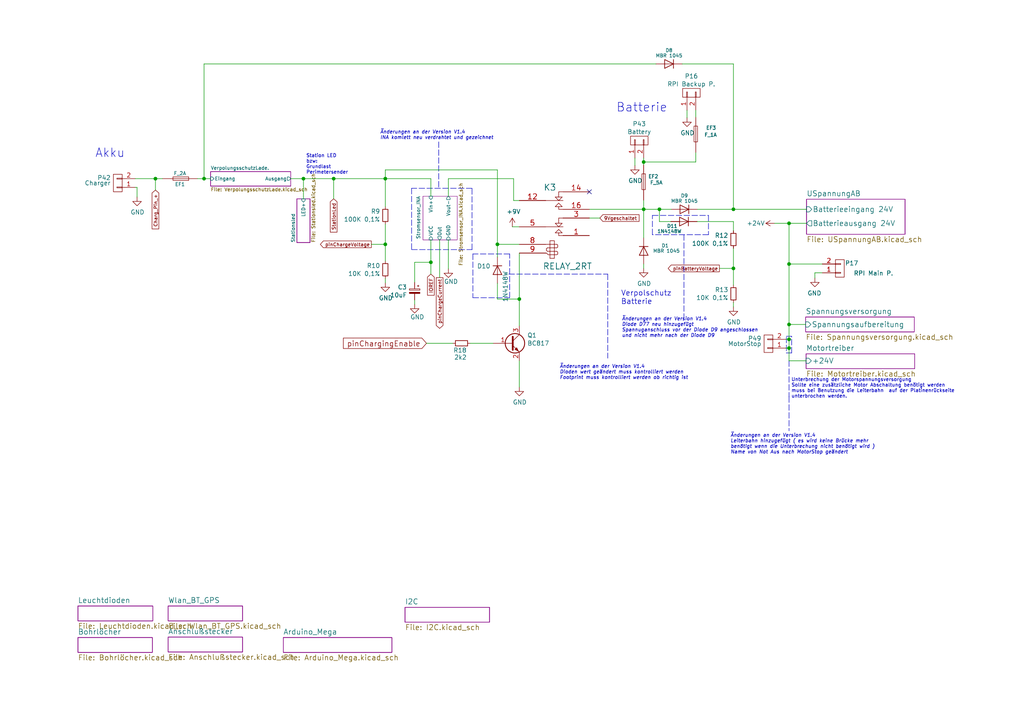
<source format=kicad_sch>
(kicad_sch (version 20201015) (generator eeschema)
  (paper "A4")
  (title_block (title "Ardumower shield SVN Version") (date "2021-01-18") (rev "1.4") (company "ML AG JL BS UZ") (comment 1 "Schaltplan und Layout UweZ") (comment 2 "Unterspannungsschutz von AlexanderG"))
  (lib_symbols
    (symbol "ardumower-mega-shield-svn-rescue:+24V-RESCUE-ardumower_mega_shield_svn" (power) (pin_names (offset 0))
      (property "Value" "+24V-RESCUE-ardumower_mega_shield_svn" (at 0 3.556 0))
      (symbol "+24V-RESCUE-ardumower_mega_shield_svn_0_1"
        (polyline (pts (xy -0.762 1.27) (xy 0 2.54)))
        (polyline (pts (xy 0 0) (xy 0 2.54)))
        (polyline (pts (xy 0 2.54) (xy 0.762 1.27)))
      )
      (symbol "+24V-RESCUE-ardumower_mega_shield_svn_1_1"
        (pin power_in line (at 0 0 90) (length 0) hide (name "+24V") (number "1"))
      )
    )
    (symbol "ardumower-mega-shield-svn-rescue:+9V-RESCUE-ardumower_mega_shield_svn" (power) (pin_names (offset 0))
      (property "Value" "+9V-RESCUE-ardumower_mega_shield_svn" (at 0 3.556 0))
      (symbol "+9V-RESCUE-ardumower_mega_shield_svn_0_1"
        (polyline (pts (xy -0.762 1.27) (xy 0 2.54)))
        (polyline (pts (xy 0 0) (xy 0 2.54)))
        (polyline (pts (xy 0 2.54) (xy 0.762 1.27)))
      )
      (symbol "+9V-RESCUE-ardumower_mega_shield_svn_1_1"
        (pin power_in line (at 0 0 90) (length 0) hide (name "+9V") (number "1"))
      )
    )
    (symbol "ardumower-mega-shield-svn-rescue:1N4148-RESCUE-ardumower_mega_shield_svn" (pin_numbers hide) (pin_names hide)
      (property "Reference" "D" (at 0 2.54 0))
      (property "Value" "1N4148-RESCUE-ardumower_mega_shield_svn" (at 0 -2.54 0))
      (symbol "1N4148-RESCUE-ardumower_mega_shield_svn_0_1"
        (polyline (pts (xy -1.27 1.27) (xy -1.27 -1.27)) (stroke (width 0.2032)))
        (polyline (pts (xy 1.27 0) (xy -1.27 0)))
        (polyline (pts (xy 1.27 1.27) (xy 1.27 -1.27) (xy -1.27 0) (xy 1.27 1.27)) (stroke (width 0.2032)))
      )
      (symbol "1N4148-RESCUE-ardumower_mega_shield_svn_1_1"
        (pin passive line (at -3.81 0 0) (length 2.54) (name "K") (number "1"))
        (pin passive line (at 3.81 0 180) (length 2.54) (name "A") (number "2"))
      )
    )
    (symbol "ardumower-mega-shield-svn-rescue:BC849-RESCUE-ardumower_mega_shield_svn" (pin_names (offset 0) hide)
      (property "Reference" "Q" (at 5.08 1.905 0))
      (property "Value" "BC849-RESCUE-ardumower_mega_shield_svn" (at 5.08 0 0))
      (symbol "BC849-RESCUE-ardumower_mega_shield_svn_0_1"
        (circle (center 1.27 0) (radius 2.8194) (stroke (width 0.254)))
        (polyline (pts (xy 0.635 0.635) (xy 2.54 2.54)))
        (polyline (pts (xy 0.635 -0.635) (xy 2.54 -2.54) (xy 2.54 -2.54)))
        (polyline (pts (xy 0.635 1.905) (xy 0.635 -1.905) (xy 0.635 -1.905)) (stroke (width 0.508)))
        (polyline (pts (xy 1.27 -1.778) (xy 1.778 -1.27) (xy 2.286 -2.286) (xy 1.27 -1.778) (xy 1.27 -1.778)) (fill (type outline)))
      )
      (symbol "BC849-RESCUE-ardumower_mega_shield_svn_1_1"
        (pin input line (at -5.08 0 0) (length 5.715) (name "B") (number "1"))
        (pin passive line (at 2.54 -5.08 90) (length 2.54) (name "E") (number "2"))
        (pin passive line (at 2.54 5.08 270) (length 2.54) (name "C") (number "3"))
      )
    )
    (symbol "ardumower-mega-shield-svn-rescue:CONN_01X02-RESCUE-ardumower_mega_shield_svn" (pin_names hide)
      (property "Reference" "J" (at 0 3.81 0))
      (property "Value" "CONN_01X02-RESCUE-ardumower_mega_shield_svn" (at 2.54 0 90))
      (symbol "CONN_01X02-RESCUE-ardumower_mega_shield_svn_0_1"
        (rectangle (start -1.27 -1.143) (end 0.254 -1.397))
        (rectangle (start -1.27 1.397) (end 0.254 1.143))
        (rectangle (start -1.27 2.54) (end 1.27 -2.54))
      )
      (symbol "CONN_01X02-RESCUE-ardumower_mega_shield_svn_1_1"
        (pin passive line (at -5.08 1.27 0) (length 3.81) (name "P1") (number "1"))
        (pin passive line (at -5.08 -1.27 0) (length 3.81) (name "P2") (number "2"))
      )
    )
    (symbol "ardumower-mega-shield-svn-rescue:CP_Small-RESCUE-ardumower_mega_shield_svn" (pin_numbers hide) (pin_names (offset 0.254) hide)
      (property "Reference" "C" (at 0.254 1.778 0))
      (property "Value" "CP_Small-RESCUE-ardumower_mega_shield_svn" (at 0.254 -2.032 0))
      (symbol "CP_Small-RESCUE-ardumower_mega_shield_svn_0_1"
        (rectangle (start -1.524 -0.3048) (end 1.524 -0.6858) (fill (type outline)))
        (rectangle (start -1.524 0.6858) (end 1.524 0.3048))
        (polyline (pts (xy -1.27 1.524) (xy -0.762 1.524)))
        (polyline (pts (xy -1.016 1.27) (xy -1.016 1.778)))
      )
      (symbol "CP_Small-RESCUE-ardumower_mega_shield_svn_1_1"
        (pin passive line (at 0 2.54 270) (length 1.8542) (name "~") (number "1"))
        (pin passive line (at 0 -2.54 90) (length 1.8542) (name "~") (number "2"))
      )
    )
    (symbol "ardumower-mega-shield-svn-rescue:D-RESCUE-ardumower_mega_shield_svn" (pin_numbers hide) (pin_names hide)
      (property "Reference" "D" (at 0 2.54 0))
      (property "Value" "D-RESCUE-ardumower_mega_shield_svn" (at 0 -2.54 0))
      (symbol "D-RESCUE-ardumower_mega_shield_svn_0_1"
        (polyline (pts (xy -1.27 1.27) (xy -1.27 -1.27)) (stroke (width 0.2032)))
        (polyline (pts (xy 1.27 0) (xy -1.27 0)))
        (polyline (pts (xy 1.27 1.27) (xy 1.27 -1.27) (xy -1.27 0) (xy 1.27 1.27)) (stroke (width 0.2032)))
      )
      (symbol "D-RESCUE-ardumower_mega_shield_svn_1_1"
        (pin passive line (at -3.81 0 0) (length 2.54) (name "K") (number "1"))
        (pin passive line (at 3.81 0 180) (length 2.54) (name "A") (number "2"))
      )
    )
    (symbol "ardumower-mega-shield-svn-rescue:F_10A-RESCUE-ardumower_mega_shield_svn" (pin_numbers hide) (pin_names (offset 0.254))
      (property "Reference" "EF" (at -4.572 2.032 0))
      (property "Value" "F_10A-RESCUE-ardumower_mega_shield_svn" (at -2.54 -2.032 0))
      (symbol "F_10A-RESCUE-ardumower_mega_shield_svn_0_1"
        (polyline (pts (xy 2.032 0) (xy -2.54 0) (xy -2.54 0) (xy -2.54 0)))
        (polyline (pts (xy -2.54 0.508) (xy -2.54 -0.508) (xy 2.032 -0.508) (xy 2.032 0.508) (xy -2.54 0.508) (xy -2.54 0.508)))
      )
      (symbol "F_10A-RESCUE-ardumower_mega_shield_svn_1_1"
        (pin power_in line (at 5.08 0 180) (length 3.048) (name "~") (number "1"))
        (pin power_out line (at -5.08 0 0) (length 2.54) (name "~") (number "2"))
      )
    )
    (symbol "ardumower-mega-shield-svn-rescue:GND-RESCUE-ardumower_mega_shield_svn" (power) (pin_names (offset 0))
      (property "Value" "GND-RESCUE-ardumower_mega_shield_svn" (at 0 -3.81 0))
      (symbol "GND-RESCUE-ardumower_mega_shield_svn_0_1"
        (polyline (pts (xy 0 0) (xy 0 -1.27) (xy 1.27 -1.27) (xy 0 -2.54) (xy -1.27 -1.27) (xy 0 -1.27)))
      )
      (symbol "GND-RESCUE-ardumower_mega_shield_svn_1_1"
        (pin power_in line (at 0 0 270) (length 0) hide (name "GND") (number "1"))
      )
    )
    (symbol "ardumower-mega-shield-svn-rescue:RELAY_2RT-RESCUE-ardumower_mega_shield_svn" (pin_names hide)
      (property "Reference" "K" (at -1.27 10.16 0))
      (property "Value" "RELAY_2RT-RESCUE-ardumower_mega_shield_svn" (at 3.81 -12.7 0))
      (symbol "RELAY_2RT-RESCUE-ardumower_mega_shield_svn_0_1"
        (polyline (pts (xy -2.54 -8.89) (xy -2.286 -8.89)))
        (polyline (pts (xy -2.54 -6.35) (xy -1.27 -6.35)))
        (polyline (pts (xy -2.54 -1.27) (xy 1.27 -1.27)))
        (polyline (pts (xy -2.286 -8.89) (xy -1.778 -9.3726)))
        (polyline (pts (xy -2.286 -8.1026) (xy -2.286 -7.62)))
        (polyline (pts (xy -2.032 -8.382) (xy -2.286 -8.1026)))
        (polyline (pts (xy -2.032 -7.366) (xy -2.286 -7.62)))
        (polyline (pts (xy -1.778 -9.3726) (xy -1.27 -9.3726)))
        (polyline (pts (xy -1.27 -10.414) (xy -1.27 -5.3086)))
        (polyline (pts (xy -1.27 -8.382) (xy -2.032 -8.382)))
        (polyline (pts (xy -1.27 -8.382) (xy 0 -8.382)))
        (polyline (pts (xy -1.27 -7.366) (xy -2.032 -7.366)))
        (polyline (pts (xy -1.27 -6.35) (xy 0 -6.35)))
        (polyline (pts (xy -1.27 -5.3086) (xy 0 -5.3086)))
        (polyline (pts (xy 0 -10.414) (xy -1.27 -10.414)))
        (polyline (pts (xy 0 -9.3726) (xy -1.27 -9.3726)))
        (polyline (pts (xy 0 -9.3726) (xy 0.7366 -9.3726)))
        (polyline (pts (xy 0 -8.382) (xy 0.7366 -8.382)))
        (polyline (pts (xy 0 -7.366) (xy -1.27 -7.366)))
        (polyline (pts (xy 0 -7.366) (xy 0.7366 -7.366)))
        (polyline (pts (xy 0 -6.35) (xy 0.7366 -6.35)))
        (polyline (pts (xy 0 -5.3086) (xy 0 -10.414)))
        (polyline (pts (xy 0.254 -3.0226) (xy 2.2606 -3.0226)))
        (polyline (pts (xy 0.254 -0.2286) (xy 2.2606 -0.2286)))
        (polyline (pts (xy 0.254 4.572) (xy 1.27 5.6134)))
        (polyline (pts (xy 0.254 7.366) (xy 0.9906 7.366)))
        (polyline (pts (xy 0.7366 -9.3726) (xy 0.9906 -9.144)))
        (polyline (pts (xy 0.7366 -8.382) (xy 0.9906 -8.636)))
        (polyline (pts (xy 0.7366 -7.366) (xy 0.9906 -7.112)))
        (polyline (pts (xy 0.7366 -6.35) (xy 0.9906 -6.5786)))
        (polyline (pts (xy 0.9906 -9.144) (xy 0.9906 -8.636)))
        (polyline (pts (xy 0.9906 -6.5786) (xy 0.9906 -7.112)))
        (polyline (pts (xy 0.9906 6.6294) (xy 0.254 7.366)))
        (polyline (pts (xy 0.9906 6.6294) (xy 1.27 6.35)))
        (polyline (pts (xy 0.9906 7.366) (xy 2.2606 7.366)))
        (polyline (pts (xy 1.27 -3.81) (xy 1.27 -3.302)))
        (polyline (pts (xy 1.27 -3.302) (xy 1.27 -3.0226)))
        (polyline (pts (xy 1.27 -2.032) (xy 0.254 -3.0226)))
        (polyline (pts (xy 1.27 -1.27) (xy 0.254 -0.2286)))
        (polyline (pts (xy 1.27 -1.27) (xy 2.54 -1.27)))
        (polyline (pts (xy 1.27 1.27) (xy 1.27 -0.2286)))
        (polyline (pts (xy 1.27 1.27) (xy 2.54 1.27)))
        (polyline (pts (xy 1.27 3.81) (xy 1.27 4.572)))
        (polyline (pts (xy 1.27 3.81) (xy 2.54 3.81)))
        (polyline (pts (xy 1.27 5.6134) (xy 2.2606 4.572)))
        (polyline (pts (xy 1.27 6.35) (xy -2.54 6.35)))
        (polyline (pts (xy 1.27 6.35) (xy 1.524 6.35)))
        (polyline (pts (xy 1.27 8.89) (xy 1.27 7.366)))
        (polyline (pts (xy 1.27 8.89) (xy 2.54 8.89)))
        (polyline (pts (xy 1.524 6.35) (xy 2.54 6.35)))
        (polyline (pts (xy 2.2606 -3.0226) (xy 1.27 -2.032)))
        (polyline (pts (xy 2.2606 -0.2286) (xy 1.27 -1.27)))
        (polyline (pts (xy 2.2606 4.572) (xy 0.254 4.572)))
        (polyline (pts (xy 2.2606 7.366) (xy 1.27 6.35)))
        (polyline (pts (xy 2.54 -3.81) (xy 1.27 -3.81)))
      )
      (symbol "RELAY_2RT-RESCUE-ardumower_mega_shield_svn_1_1"
        (pin passive line (at 10.16 -3.81 180) (length 7.62) (name "T1") (number "1"))
        (pin passive line (at -10.16 6.35 0) (length 7.62) (name "C2") (number "12"))
        (pin passive line (at 10.16 8.89 180) (length 7.62) (name "R2") (number "14"))
        (pin passive line (at 10.16 3.81 180) (length 7.62) (name "T2") (number "16"))
        (pin passive line (at 10.16 1.27 180) (length 7.62) (name "R1") (number "3"))
        (pin passive line (at -10.16 -1.27 0) (length 7.62) (name "C1") (number "5"))
        (pin input line (at -10.16 -6.35 0) (length 7.62) (name "8") (number "8"))
        (pin input line (at -10.16 -8.89 0) (length 7.62) (name "9") (number "9"))
      )
    )
    (symbol "ardumower-mega-shield-svn-rescue:R_Small-RESCUE-ardumower_mega_shield_svn" (pin_numbers hide) (pin_names (offset 0.254) hide)
      (property "Reference" "R" (at 0.762 0.508 0))
      (property "Value" "R_Small-RESCUE-ardumower_mega_shield_svn" (at 0.762 -1.016 0))
      (symbol "R_Small-RESCUE-ardumower_mega_shield_svn_0_1"
        (rectangle (start -0.762 1.778) (end 0.762 -1.778) (stroke (width 0.2032)))
      )
      (symbol "R_Small-RESCUE-ardumower_mega_shield_svn_1_1"
        (pin passive line (at 0 2.54 270) (length 0.762) (name "~") (number "1"))
        (pin passive line (at 0 -2.54 90) (length 0.762) (name "~") (number "2"))
      )
    )
  )
  (junction (at 45.085 51.816) (diameter 0.9144))
  (junction (at 59.182 51.816) (diameter 0.9144))
  (junction (at 88.011 51.816) (diameter 0.9144))
  (junction (at 96.774 51.816) (diameter 0.9144))
  (junction (at 111.76 51.816) (diameter 0.9144))
  (junction (at 111.76 70.866) (diameter 0.9144))
  (junction (at 124.968 76.073) (diameter 0.9144))
  (junction (at 144.272 70.866) (diameter 0.9144))
  (junction (at 150.622 86.741) (diameter 0.9144))
  (junction (at 186.69 46.99) (diameter 0.9144))
  (junction (at 186.69 60.706) (diameter 0.9144))
  (junction (at 191.262 60.706) (diameter 0.9144))
  (junction (at 212.725 60.706) (diameter 0.9144))
  (junction (at 212.725 77.851) (diameter 0.9144))
  (junction (at 228.854 64.77) (diameter 0.9144))
  (junction (at 228.854 76.581) (diameter 0.9144))
  (junction (at 228.854 94.107) (diameter 0.9144))
  (junction (at 228.854 98.425) (diameter 0.9144))
  (junction (at 228.854 100.965) (diameter 0.9144))
  (no_connect (at 170.942 55.626))
  (wire (pts (xy 39.243 51.816) (xy 45.085 51.816)))
  (wire (pts (xy 39.751 54.356) (xy 39.243 54.356)))
  (wire (pts (xy 39.751 57.15) (xy 39.751 54.356)))
  (wire (pts (xy 45.085 51.816) (xy 45.085 55.118)))
  (wire (pts (xy 45.085 51.816) (xy 47.117 51.816)))
  (wire (pts (xy 57.277 51.816) (xy 59.182 51.816)))
  (wire (pts (xy 59.182 18.542) (xy 59.182 51.816)))
  (wire (pts (xy 59.182 51.816) (xy 61.087 51.816)))
  (wire (pts (xy 84.328 51.816) (xy 88.011 51.816)))
  (wire (pts (xy 88.011 51.816) (xy 96.774 51.816)))
  (wire (pts (xy 88.011 57.658) (xy 88.011 51.816)))
  (wire (pts (xy 96.774 51.816) (xy 96.774 57.658)))
  (wire (pts (xy 96.774 51.816) (xy 111.76 51.816)))
  (wire (pts (xy 107.696 70.866) (xy 111.76 70.866)))
  (wire (pts (xy 111.76 49.276) (xy 111.76 51.816)))
  (wire (pts (xy 111.76 49.276) (xy 144.272 49.276)))
  (wire (pts (xy 111.76 51.816) (xy 111.76 59.944)))
  (wire (pts (xy 111.76 51.816) (xy 124.968 51.816)))
  (wire (pts (xy 111.76 65.024) (xy 111.76 70.866)))
  (wire (pts (xy 111.76 70.866) (xy 111.76 75.692)))
  (wire (pts (xy 111.76 80.772) (xy 111.76 82.042)))
  (wire (pts (xy 120.269 76.073) (xy 120.269 81.915)))
  (wire (pts (xy 120.269 76.073) (xy 124.968 76.073)))
  (wire (pts (xy 120.269 86.995) (xy 120.269 88.265)))
  (wire (pts (xy 123.698 99.568) (xy 131.318 99.568)))
  (wire (pts (xy 124.968 51.816) (xy 124.968 56.896)))
  (wire (pts (xy 124.968 69.596) (xy 124.968 76.073)))
  (wire (pts (xy 124.968 76.073) (xy 124.968 79.502)))
  (wire (pts (xy 127.508 69.596) (xy 127.508 80.518)))
  (wire (pts (xy 130.048 51.816) (xy 130.048 56.896)))
  (wire (pts (xy 130.048 51.816) (xy 148.971 51.816)))
  (wire (pts (xy 130.048 69.596) (xy 130.048 77.978)))
  (wire (pts (xy 136.398 99.568) (xy 143.002 99.568)))
  (wire (pts (xy 144.272 49.276) (xy 144.272 70.866)))
  (wire (pts (xy 144.272 70.866) (xy 144.272 74.549)))
  (wire (pts (xy 144.272 70.866) (xy 150.622 70.866)))
  (wire (pts (xy 144.272 82.169) (xy 144.272 86.741)))
  (wire (pts (xy 144.272 86.741) (xy 150.622 86.741)))
  (wire (pts (xy 148.971 51.816) (xy 148.971 58.166)))
  (wire (pts (xy 150.622 58.166) (xy 148.971 58.166)))
  (wire (pts (xy 150.622 65.786) (xy 148.59 65.786)))
  (wire (pts (xy 150.622 73.406) (xy 150.622 86.741)))
  (wire (pts (xy 150.622 86.741) (xy 150.622 94.488)))
  (wire (pts (xy 150.622 104.648) (xy 150.622 112.268)))
  (wire (pts (xy 170.942 60.706) (xy 186.69 60.706)))
  (wire (pts (xy 170.942 63.246) (xy 173.99 63.246)))
  (wire (pts (xy 184.15 48.006) (xy 184.15 45.847)))
  (wire (pts (xy 186.69 45.847) (xy 186.69 46.99)))
  (wire (pts (xy 186.69 46.99) (xy 186.69 47.879)))
  (wire (pts (xy 186.69 46.99) (xy 201.803 46.99)))
  (wire (pts (xy 186.69 58.039) (xy 186.69 60.706)))
  (wire (pts (xy 186.69 60.706) (xy 186.69 68.961)))
  (wire (pts (xy 186.69 60.706) (xy 191.262 60.706)))
  (wire (pts (xy 186.69 76.581) (xy 186.69 77.851)))
  (wire (pts (xy 190.246 18.542) (xy 59.182 18.542)))
  (wire (pts (xy 191.262 60.706) (xy 194.691 60.706)))
  (wire (pts (xy 191.262 64.262) (xy 191.262 60.706)))
  (wire (pts (xy 194.564 64.262) (xy 191.262 64.262)))
  (wire (pts (xy 197.866 18.542) (xy 212.725 18.542)))
  (wire (pts (xy 199.263 34.163) (xy 199.263 32.004)))
  (wire (pts (xy 201.803 34.036) (xy 201.803 32.004)))
  (wire (pts (xy 201.803 46.99) (xy 201.803 44.196)))
  (wire (pts (xy 202.184 64.262) (xy 212.725 64.262)))
  (wire (pts (xy 202.311 60.706) (xy 212.725 60.706)))
  (wire (pts (xy 208.661 77.851) (xy 212.725 77.851)))
  (wire (pts (xy 212.725 18.542) (xy 212.725 60.706)))
  (wire (pts (xy 212.725 60.706) (xy 233.934 60.706)))
  (wire (pts (xy 212.725 64.262) (xy 212.725 66.929)))
  (wire (pts (xy 212.725 72.009) (xy 212.725 77.851)))
  (wire (pts (xy 212.725 82.677) (xy 212.725 77.851)))
  (wire (pts (xy 212.725 87.757) (xy 212.725 89.027)))
  (wire (pts (xy 224.663 64.77) (xy 228.854 64.77)))
  (wire (pts (xy 227.965 100.965) (xy 228.854 100.965)))
  (wire (pts (xy 228.854 64.77) (xy 228.854 76.581)))
  (wire (pts (xy 228.854 64.77) (xy 233.934 64.77)))
  (wire (pts (xy 228.854 76.581) (xy 228.854 94.107)))
  (wire (pts (xy 228.854 76.581) (xy 238.506 76.581)))
  (wire (pts (xy 228.854 94.107) (xy 228.854 98.425)))
  (wire (pts (xy 228.854 94.107) (xy 233.68 94.107)))
  (wire (pts (xy 228.854 98.425) (xy 227.965 98.425)))
  (wire (pts (xy 228.854 98.425) (xy 228.854 100.965)))
  (wire (pts (xy 228.854 100.965) (xy 228.854 104.648)))
  (wire (pts (xy 228.854 104.648) (xy 233.807 104.648)))
  (wire (pts (xy 236.347 79.121) (xy 238.506 79.121)))
  (wire (pts (xy 236.347 80.645) (xy 236.347 79.121)))
  (polyline (pts (xy 119.38 54.61) (xy 119.38 72.39)) (stroke (width 0) (type dash)))
  (polyline (pts (xy 119.38 72.39) (xy 136.906 72.39)) (stroke (width 0) (type dash)))
  (polyline (pts (xy 127.254 41.148) (xy 127.254 54.61)) (stroke (width 0) (type dash)))
  (polyline (pts (xy 136.906 54.61) (xy 119.38 54.61)) (stroke (width 0) (type dash)))
  (polyline (pts (xy 136.906 72.39) (xy 136.906 54.61)) (stroke (width 0) (type dash)))
  (polyline (pts (xy 137.16 73.66) (xy 137.16 86.36)) (stroke (width 0) (type dash)))
  (polyline (pts (xy 137.16 86.36) (xy 147.828 86.36)) (stroke (width 0) (type dash)))
  (polyline (pts (xy 147.574 79.502) (xy 176.276 79.502)) (stroke (width 0) (type dash)))
  (polyline (pts (xy 147.828 73.66) (xy 137.16 73.66)) (stroke (width 0) (type dash)))
  (polyline (pts (xy 147.828 86.36) (xy 147.828 73.66)) (stroke (width 0) (type dash)))
  (polyline (pts (xy 176.276 79.502) (xy 176.276 103.886)) (stroke (width 0) (type dash)))
  (polyline (pts (xy 189.23 62.484) (xy 205.486 62.484)) (stroke (width 0) (type dash)))
  (polyline (pts (xy 189.23 68.072) (xy 189.23 62.484)) (stroke (width 0) (type dash)))
  (polyline (pts (xy 198.374 68.072) (xy 198.374 92.202)) (stroke (width 0) (type dash)))
  (polyline (pts (xy 205.486 62.484) (xy 205.486 68.072)) (stroke (width 0) (type dash)))
  (polyline (pts (xy 205.486 68.072) (xy 189.23 68.072)) (stroke (width 0) (type dash)))
  (polyline (pts (xy 228.092 97.536) (xy 229.616 97.536)) (stroke (width 0) (type dash)))
  (polyline (pts (xy 228.092 97.79) (xy 228.092 102.362)) (stroke (width 0) (type dash)))
  (polyline (pts (xy 228.092 102.362) (xy 229.616 102.362)) (stroke (width 0) (type dash)))
  (polyline (pts (xy 228.854 104.648) (xy 228.854 115.062)) (stroke (width 0) (type dash)))
  (polyline (pts (xy 228.854 115.062) (xy 228.854 124.968)) (stroke (width 0) (type dash)))
  (polyline (pts (xy 229.616 102.362) (xy 229.616 97.536)) (stroke (width 0) (type dash)))
  (text "https://www.reichelt.de/ICs-TLC-TSA-/TS-2940-CP33/3/index.html?ACTION=3&LA=5700&ARTICLE=115975&GROUPID=5480&artnr=TS+2940+CP33\n\nhttps://www.reichelt.de/ICs-TLC-TSA-/TS-2940-CP50/3/index.html?ACTION=3&LA=5700&ARTICLE=115976&GROUPID=5480&artnr=TS+2940+CP50\n\nhttps://www.reichelt.de/ICs-TA-TL-/TD-62783-AFWG/3/index.html?ACTION=3&LA=446&ARTICLE=188954&GROUPID=5479&artnr=TD+62783+AFWG&SEARCH=TD62783" (at -150.114 -3.302 0) (effects (font (size 1.4986 1.4986)) (justify left bottom)))
  (text "Kontrolle Funktion Ultraschall\nKontrolle RC Fernbedienung\nKontrolle Unterspannunsabschaltung ob sie mit 3V an bleibt\nRelais schaltung ändern damit nur noch 1 Relais notwendig ist\nUDN 2981 ersetzen durch SMD Bauteil evl TD 62783 AFWG :: Treiber-IC, SO-18W\nOdemetrie kontrollieren\nIC2 Bus Kontrollieren\nSpannungsaufbereitung evl ändern mit anderen DC wandlern bis 30V\n\nBauteile siehe Links" (at -149.098 35.941 0) (effects (font (size 2.0066 2.0066)) (justify left bottom)))
  (text "[21:36:55] Kurzschuss - Uwe: gut dan warte ich nochmal mit den widerständen bis du soweit bist\n[21:38:22] Kurzschuss - Uwe: Dann mache ich nur die andern Änderungen mit dem DHT22 dropsensoren usw und warte dann erst mal ab. wenn ich es habe lade ich dann hoch\n[21:38:26] Jürgen Lange: überall wo level shifter dran sind kannst du die Dioden und den widerstand wegmachen\n[21:39:37] Kurzschuss - Uwe: da warte ich erst mal wo dann noch ein widerstand dazukommt. das wird dann ein Aufwasch\n\n\n\nwenn du da gerade dran bist die ganzen reserve dinger AD7, pinOdometriyRight2 etc hast du auf iOREF versorgt da solltest du 5V dran machen da bleiben dann auch die Dioden und der widerstand\nich sehe gerade das bei den Odemetrie pin der Spannungsanschluss auf iorf liegt. Dazwischen ist dann noch der ODoteiler und der Levelshifter.\nIch vermute mal das die odemetriepins auch auf 5V müssen damit der Odoteiler richtig arbeitetein klaaaaaaares ja" (at 10.16 246.634 0) (effects (font (size 2.0066 2.0066)) (justify left bottom)))
  (text "Akku\n" (at 27.559 45.974 0) (effects (font (size 2.5146 2.5146)) (justify left bottom)))
  (text "LED Rechner:\nhttp://www.elektronik-kompendium.de/sites/bau/1109111.htm\n\nZ-Dioden Rechner:\nhttp://www.dieelektronikerseite.de/Tools/Zenerdiode.htm" (at 73.152 -8.89 0) (effects (font (size 1.524 1.524)) (justify left bottom)))
  (text "Station LED\nbzw:\nGrundlast\nPerimetersender" (at 88.773 50.673 0) (effects (font (size 0.9906 0.9906)) (justify left bottom)))
  (text "Änderungen an der Version V1.4\nINA komlett neu verdrahtet und gezeichnet" (at 110.236 40.64 0) (effects (font (size 1 1) italic) (justify left bottom)))
  (text "Änderungen an der Version V1.4\nDioden wert geändert muss kontrolliert werden\nFootprint muss kontrolliert werden ob richtig ist" (at 162.306 110.236 0) (effects (font (size 1 1) italic) (justify left bottom)))
  (text "Batterie\n" (at 178.689 32.766 0) (effects (font (size 2.5146 2.5146)) (justify left bottom)))
  (text "Verpolschutz\nBatterie" (at 180.086 88.519 0) (effects (font (size 1.524 1.524)) (justify left bottom)))
  (text "Änderungen an der Version V1.4\nDiode D77 neu hinzugefügt\nSpannuganschluss vor der Diode D9 angeschlossen\nund nicht mehr nach der Diode D9" (at 180.34 98.044 0) (effects (font (size 1 1) italic) (justify left bottom)))
  (text "Änderungen an der Version V1.4\nLeiterbahn hinzugefügt ( es wird keine Brücke mehr\nbenötigt wenn die Unterbrechung nicht benötigt wird )\nName von Not Aus nach MotorStop geändert" (at 211.836 131.826 0) (effects (font (size 1 1) italic) (justify left bottom)))
  (text "Unterbrechung der Motorspannungsversorgung\nSollte eine zusätzliche Motor Abschaltung benötigt werden\nmuss bei Benutzung die Leiterbahn  auf der Platinenrückseite\nunterbrochen werden.\n\n" (at 229.489 117.221 0) (effects (font (size 0.991 0.991)) (justify left bottom)))
  (text "LED Anzeigen - Hardware:\n\nLed 3V grün -   Betriebsanzeige Versorgungsspannung\nLED 24V grün - Betriebsanzeige Versorgungsspannung R2 für 12 V anpassen\nLED 5V grün -   Betriebsanzeige Versorgungsspannung\nLED Station - gelb - Statusanzeige ob Mover in Ladestation\n\n----------------------------------------------------------\n\nLED Anzeigen - Software:\n\nDual LED z.B:\nDual LED grün. Dauerlicht - Mover innerhalb Perimeter\nDual LED grün+rot = Orange - Dauerlicht Mover außerhalb Perimeter\nDual LED grün+rot = Orange - Blinkt Mover findet  Perimeter nicht oder sucht danach\nDual LED rot =  Blinkt Fehler kurzseitig Überlast Antriebmotor Treibe oder Mähmotor. \nDual LED rot - Dauerlicht - Fehler muß für weiterfahren durch drücken \nvon Button zurückgesetzt werden\n----------------------------------------------------------\n\nLED Status - grün Dauerlicht - warte auf Eingabe\n\nLED Status - grün blinken 1 bis 5 mal hintereinander\nmit länger Pause dazwischen für Anzeige in welchen\nBetriebsmodi sich der Mover befindet" (at 229.997 -11.43 0) (effects (font (size 1.524 1.524)) (justify left bottom)))
  (text "[20:50:34 | Bearbeitet 20:51:30] Jürgen Lange: setze für den dcdc einen 78s05 ein oder die die ich auf der BumperDuino nehme LM2940CS-5.0 um das bt zuversorgen für die Versorgung vom wlan einen 3,3v low drop\n[20:51:20] Kurzschuss - Uwe: also die 5V nicht vom Mega holen bzw die 3,3V\n[20:51:44] Jürgen Lange: für bt und wlan nicht\n[20:51:54] Jürgen Lange: für den rest okay\n[20:52:01] Kurzschuss - Uwe: okay\n[20:53:21] Jürgen Lange: setze bei allen Wandlern ob dcdc oder 78xx revers Dioden und rückführ Dioden die 78xx oder ähnlich kommen gleich vom 9v dcdc\n[20:54:26] Kurzschuss - Uwe: Ich übernehme die Schaltung vom Bumberduino\n\n\n\n[11:55:48] Jürgen Lange: im Klartext die Spannungen vom längsregler nur für Versorgung von bt etc nehmen gaaaaanz wichtig sonst haust du den due weg wenn jemand den usb stecker steckt\n[11:56:29] Jürgen Lange: der mega könnte auch aufgeben aber das habe ich noch nicht geprüft" (at 351.028 70.866 0) (effects (font (size 2.9972 2.9972)) (justify left bottom)))
  (global_label "Charg_Pin_+" (shape input) (at 45.085 55.118 270) (property "Intersheet References" "${INTERSHEET_REFS}" (effects hide)) (effects (font (size 0.9906 0.9906))))
  (global_label "StationLed" (shape input) (at 96.774 57.658 270) (property "Intersheet References" "${INTERSHEET_REFS}" (effects hide)) (effects (font (size 0.9906 0.9906))))
  (global_label "pinChargeVoltage" (shape output) (at 107.696 70.866 180) (property "Intersheet References" "${INTERSHEET_REFS}" (effects hide)) (effects (font (size 0.9906 0.9906))))
  (global_label "pinChargingEnable" (shape input) (at 123.698 99.568 180) (property "Intersheet References" "${INTERSHEET_REFS}" (effects hide)) (effects (font (size 1.524 1.524))))
  (global_label "IOREF" (shape input) (at 124.968 79.502 270) (property "Intersheet References" "${INTERSHEET_REFS}" (effects hide)) (effects (font (size 0.9906 0.9906))))
  (global_label "pinChargeCurrent" (shape output) (at 127.508 80.518 270) (property "Intersheet References" "${INTERSHEET_REFS}" (effects hide)) (effects (font (size 0.9906 0.9906))))
  (global_label "9Vgeschaltet" (shape input) (at 173.99 63.246 0) (property "Intersheet References" "${INTERSHEET_REFS}" (effects hide)) (effects (font (size 0.9906 0.9906))))
  (global_label "pinBatteryVoltage" (shape output) (at 208.661 77.851 180) (property "Intersheet References" "${INTERSHEET_REFS}" (effects hide)) (effects (font (size 0.9906 0.9906))))
  (symbol (lib_id "ardumower-mega-shield-svn-rescue:+9V-RESCUE-ardumower_mega_shield_svn") (at 148.59 65.786 0) (unit 1)
    (property "Reference" "#PWR012" (effects hide))
    (property "Value" "+9V" (at 148.971 61.3918 0))
  )
  (symbol (lib_id "ardumower-mega-shield-svn-rescue:+24V-RESCUE-ardumower_mega_shield_svn") (at 224.663 64.77 90) (unit 1)
    (property "Reference" "#PWR05" (effects hide))
    (property "Value" "+24V" (at 219.202 64.77 90))
  )
  (symbol (lib_id "ardumower-mega-shield-svn-rescue:GND-RESCUE-ardumower_mega_shield_svn") (at 39.751 57.15 0) (unit 1)
    (property "Reference" "#PWR03" (effects hide))
    (property "Value" "GND" (at 39.878 61.5442 0))
  )
  (symbol (lib_id "ardumower-mega-shield-svn-rescue:GND-RESCUE-ardumower_mega_shield_svn") (at 111.76 82.042 0) (unit 1)
    (property "Reference" "#PWR02" (effects hide))
    (property "Value" "GND" (at 111.887 86.4362 0))
  )
  (symbol (lib_id "ardumower-mega-shield-svn-rescue:GND-RESCUE-ardumower_mega_shield_svn") (at 120.269 88.265 0) (unit 1)
    (property "Reference" "#PWR07" (effects hide))
    (property "Value" "GND" (at 121.031 91.948 0))
  )
  (symbol (lib_id "ardumower-mega-shield-svn-rescue:GND-RESCUE-ardumower_mega_shield_svn") (at 130.048 77.978 0) (unit 1)
    (property "Reference" "#PWR06" (effects hide))
    (property "Value" "GND" (at 130.81 81.661 0))
  )
  (symbol (lib_id "ardumower-mega-shield-svn-rescue:GND-RESCUE-ardumower_mega_shield_svn") (at 150.622 112.268 0) (unit 1)
    (property "Reference" "#PWR01" (effects hide))
    (property "Value" "GND" (at 150.749 116.6622 0))
  )
  (symbol (lib_id "ardumower-mega-shield-svn-rescue:GND-RESCUE-ardumower_mega_shield_svn") (at 184.15 48.006 0) (unit 1)
    (property "Reference" "#PWR04" (effects hide))
    (property "Value" "GND" (at 184.277 52.4002 0))
  )
  (symbol (lib_id "ardumower-mega-shield-svn-rescue:GND-RESCUE-ardumower_mega_shield_svn") (at 186.69 77.851 0) (unit 1)
    (property "Reference" "#PWR09" (effects hide))
    (property "Value" "GND" (at 186.817 82.2452 0))
  )
  (symbol (lib_id "ardumower-mega-shield-svn-rescue:GND-RESCUE-ardumower_mega_shield_svn") (at 199.263 34.163 0) (unit 1)
    (property "Reference" "#PWR010" (effects hide))
    (property "Value" "GND" (at 199.39 38.5572 0))
  )
  (symbol (lib_id "ardumower-mega-shield-svn-rescue:GND-RESCUE-ardumower_mega_shield_svn") (at 212.725 89.027 0) (unit 1)
    (property "Reference" "#PWR08" (effects hide))
    (property "Value" "GND" (at 212.852 93.4212 0))
  )
  (symbol (lib_id "ardumower-mega-shield-svn-rescue:GND-RESCUE-ardumower_mega_shield_svn") (at 236.347 80.645 0) (mirror y) (unit 1)
    (property "Reference" "#PWR011" (effects hide))
    (property "Value" "GND" (at 236.22 85.0392 0))
  )
  (symbol (lib_id "ardumower-mega-shield-svn-rescue:R_Small-RESCUE-ardumower_mega_shield_svn") (at 111.76 62.484 0) (mirror y) (unit 1)
    (property "Reference" "R9" (at 110.2614 61.3156 0) (effects (justify left)))
    (property "Value" "100K 0,1%" (at 110.2614 63.627 0) (effects (justify left)))
    (property "Footprint" "Resistors_SMD:R_1206" (effects hide))
    (property "Datasheet" "http://cdn-reichelt.de/documents/datenblatt/B400/DS_NICC_SERIE_NTR.pdf" (effects hide))
    (property "Gehäuseart" "1206" (effects hide))
    (property "Bestelllink" "https://www.reichelt.de/SMD-1206-von-1-bis-910-kOhm/SPR-1206-100K/3/index.html?ACTION=3&LA=446&ARTICLE=123458&GROUPID=7974&artnr=SPR-1206+100K&SEARCH=spr-1206%2B100k" (effects hide))
    (property "Technische Daten" "SMD-Chipwiderstand 1206, 100 kOhm, 0,1%" (effects hide))
    (property "Bestellnummer" "R: SPR-1206 100K" (effects hide))
    (property "Funktion" "SMD-Chipwiderstand 1206, 100 kOhm, 0,1%" (effects hide))
    (property "Hersteller" "Value" (effects hide))
    (property "Hersteller Bestellnummer" "Value" (effects hide))
    (property "Bestücken (Assemble)" "JA (YES)" (effects hide))
    (property "Reichelt-Bestellnummer" "R: SPR-1206 100K" (effects hide))
    (property "JLCPCB LCSC Part" "C95527" (effects hide))
  )
  (symbol (lib_id "ardumower-mega-shield-svn-rescue:R_Small-RESCUE-ardumower_mega_shield_svn") (at 111.76 78.232 0) (mirror y) (unit 1)
    (property "Reference" "R10" (at 110.2868 77.0636 0) (effects (justify left)))
    (property "Value" "10K 0,1%" (at 110.2868 79.375 0) (effects (justify left)))
    (property "Footprint" "Resistors_SMD:R_1206" (effects hide))
    (property "Datasheet" "http://cdn-reichelt.de/documents/datenblatt/B400/DS_NICC_SERIE_NTR.pdf" (effects hide))
    (property "Gehäuseart" "1206" (effects hide))
    (property "Bestelllink" "https://www.reichelt.de/SMD-1206-von-1-bis-910-kOhm/SPR-1206-10-0K/3/index.html?ACTION=3&LA=446&ARTICLE=123435&GROUPID=7974&artnr=SPR-1206+10%2C0K&SEARCH=spr-1206%2B10%252C0k" (effects hide))
    (property "Technische Daten" "SMD-Chipwiderstand 1206, 10,0 kOhm, 0,1%" (effects hide))
    (property "Bestellnummer" "R: SPR-1206 10,0K" (effects hide))
    (property "Funktion" "SMD chip resistor 1206, 10.0 kOhms, 0.1%" (effects hide))
    (property "Hersteller" "Value" (effects hide))
    (property "Hersteller Bestellnummer" "Value" (effects hide))
    (property "Bestücken (Assemble)" "JA (YES)" (effects hide))
    (property "Reichelt-Bestellnummer" "R: SPR-1206 10,0K" (effects hide))
    (property "JLCPCB LCSC Part" "C95519" (effects hide))
  )
  (symbol (lib_id "ardumower-mega-shield-svn-rescue:R_Small-RESCUE-ardumower_mega_shield_svn") (at 133.858 99.568 90) (mirror x) (unit 1)
    (property "Reference" "R18" (at 135.382 101.6 90) (effects (justify left)))
    (property "Value" "2k2" (at 135.382 103.632 90) (effects (justify left)))
    (property "Footprint" "Zimprich:R_0603" (effects hide))
    (property "Gehäuseart" "0603" (effects hide))
    (property "Bestelllink" "https://www.reichelt.de/smd-widerstand-0603-2-2-kohm-100-mw-1--rnd-0603-1-2-2k-p183061.html?GROUPID=7968&SEARCH=0603%2B2%252C2k&&r=1" (effects hide))
    (property "Technische Daten" "SMD-Widerstand, 0603, 2,2 kOhm, 100 mW, 1%" (effects hide))
    (property "Bestellnummer" "R: RND 0603 1 2,2K" (effects hide))
    (property "Funktion" "SMD-Widerstand, 0603, 2,2 kOhm, 100 mW, 1%" (effects hide))
    (property "Hersteller" "Value" (effects hide))
    (property "Hersteller Bestellnummer" "Value" (effects hide))
    (property "Bestücken (Assemble)" "JA (YES)" (effects hide))
    (property "Reichelt-Bestellnummer" "R: RND 0603 1 2,2K" (effects hide))
    (property "JLCPCB LCSC Part" "C4190" (effects hide))
  )
  (symbol (lib_id "ardumower-mega-shield-svn-rescue:R_Small-RESCUE-ardumower_mega_shield_svn") (at 212.725 69.469 0) (mirror y) (unit 1)
    (property "Reference" "R12" (at 211.2264 68.3006 0) (effects (justify left)))
    (property "Value" "100K 0,1%" (at 211.2264 70.612 0) (effects (justify left)))
    (property "Footprint" "Resistors_SMD:R_1206" (effects hide))
    (property "Datasheet" "http://cdn-reichelt.de/documents/datenblatt/B400/DS_NICC_SERIE_NTR.pdf" (effects hide))
    (property "Gehäuseart" "1206" (effects hide))
    (property "Bestelllink" "https://www.reichelt.de/SMD-1206-von-1-bis-910-kOhm/SPR-1206-100K/3/index.html?ACTION=3&LA=446&ARTICLE=123458&GROUPID=7974&artnr=SPR-1206+100K&SEARCH=spr-1206%2B100k" (effects hide))
    (property "Technische Daten" "SMD-Chipwiderstand 1206, 100 kOhm, 0,1%" (effects hide))
    (property "Bestellnummer" "R: SPR-1206 100K" (effects hide))
    (property "Funktion" "SMD-Chipwiderstand 1206, 100 kOhm, 0,1%" (effects hide))
    (property "Hersteller" "Value" (effects hide))
    (property "Hersteller Bestellnummer" "Value" (effects hide))
    (property "Bestücken (Assemble)" "JA (YES)" (effects hide))
    (property "Reichelt-Bestellnummer" "R: SPR-1206 100K" (effects hide))
    (property "JLCPCB LCSC Part" "C95527" (effects hide))
  )
  (symbol (lib_id "ardumower-mega-shield-svn-rescue:R_Small-RESCUE-ardumower_mega_shield_svn") (at 212.725 85.217 0) (mirror y) (unit 1)
    (property "Reference" "R13" (at 211.2518 84.0486 0) (effects (justify left)))
    (property "Value" "10K 0,1%" (at 211.2518 86.36 0) (effects (justify left)))
    (property "Footprint" "Resistors_SMD:R_1206" (effects hide))
    (property "Datasheet" "http://cdn-reichelt.de/documents/datenblatt/B400/DS_NICC_SERIE_NTR.pdf" (effects hide))
    (property "Gehäuseart" "1206" (effects hide))
    (property "Bestelllink" "https://www.reichelt.de/SMD-1206-von-1-bis-910-kOhm/SPR-1206-10-0K/3/index.html?ACTION=3&LA=446&ARTICLE=123435&GROUPID=7974&artnr=SPR-1206+10%2C0K&SEARCH=spr-1206%2B10%252C0k" (effects hide))
    (property "Technische Daten" "SMD-Chipwiderstand 1206, 10,0 kOhm, 0,1%" (effects hide))
    (property "Bestellnummer" "R: SPR-1206 10,0K" (effects hide))
    (property "Funktion" "SMD chip resistor 1206, 10.0 kOhms, 0.1%" (effects hide))
    (property "Hersteller" "Value" (effects hide))
    (property "Hersteller Bestellnummer" "Value" (effects hide))
    (property "Bestücken (Assemble)" "JA (YES)" (effects hide))
    (property "Reichelt-Bestellnummer" "R: SPR-1206 10,0K" (effects hide))
    (property "JLCPCB LCSC Part" "C95519" (effects hide))
  )
  (symbol (lib_id "ardumower-mega-shield-svn-rescue:F_10A-RESCUE-ardumower_mega_shield_svn") (at 52.197 51.816 180) (unit 1)
    (property "Reference" "EF1" (at 52.197 53.467 0) (effects (font (size 1.016 1.016))))
    (property "Value" "F_2A" (at 52.197 50.292 0) (effects (font (size 1.016 1.016))))
    (property "Footprint" "Zimprich:Fuse_SMD" (effects hide))
    (property "Bestelllink" "https://www.reichelt.de/SMD-Sicherungen/OMT-125-3-5A/3/index.html?ACTION=3&LA=446&ARTICLE=52972&GROUPID=7660&artnr=OMT+125+3%2C5A&SEARCH=smd%2Bsicherung%2B125" (effects hide))
    (property "Technische Daten" "OMH 125 HALTER SMD-Sicherungshalter für OMT-125" (effects hide))
    (property "Bestellnummer" "R: OMH 125 HALTER" (effects hide))
    (property "Funktion" "OMH 125 HALTER SMD-Sicherungshalter für OMT-125" (effects hide))
    (property "Hersteller" "Value" (effects hide))
    (property "Hersteller Bestellnummer" "Value" (effects hide))
    (property "Bestücken (Assemble)" "JA (YES)" (effects hide))
    (property "Reichelt-Bestellnummer" "R: OMH 125 HALTER" (effects hide))
    (property "JLCPCB Basic / Extern" "1" (effects hide))
    (property "JLCPCB LCSC Part" "C182313" (effects hide))
  )
  (symbol (lib_id "ardumower-mega-shield-svn-rescue:F_10A-RESCUE-ardumower_mega_shield_svn") (at 186.69 52.959 270) (unit 1)
    (property "Reference" "EF2" (at 189.484 51.181 90) (effects (font (size 1.016 1.016))))
    (property "Value" "F_5A" (at 190.373 52.959 90) (effects (font (size 1.016 1.016))))
    (property "Footprint" "Zimprich:Fuse_SMD" (effects hide))
    (property "Bestelllink" "https://www.reichelt.de/SMD-Sicherungen/OMT-125-3-5A/3/index.html?ACTION=3&LA=446&ARTICLE=52972&GROUPID=7660&artnr=OMT+125+3%2C5A&SEARCH=smd%2Bsicherung%2B125" (effects hide))
    (property "Technische Daten" "OMH 125 HALTER SMD-Sicherungshalter für OMT-125" (effects hide))
    (property "Bestellnummer" "R: OMH 125 HALTER" (effects hide))
    (property "Funktion" "OMH 125 HALTER SMD-Sicherungshalter für OMT-125" (effects hide))
    (property "Hersteller" "Value" (effects hide))
    (property "Hersteller Bestellnummer" "Value" (effects hide))
    (property "Bestücken (Assemble)" "JA (YES)" (effects hide))
    (property "Reichelt-Bestellnummer" "R: OMH 125 HALTER" (effects hide))
    (property "JLCPCB Basic / Extern" "1" (effects hide))
    (property "JLCPCB LCSC Part" "C312012" (effects hide))
  )
  (symbol (lib_id "ardumower-mega-shield-svn-rescue:F_10A-RESCUE-ardumower_mega_shield_svn") (at 201.803 39.116 270) (unit 1)
    (property "Reference" "EF3" (at 206.248 37.084 90) (effects (font (size 1.016 1.016))))
    (property "Value" "F_1A" (at 206.121 39.116 90) (effects (font (size 1.016 1.016))))
    (property "Footprint" "Zimprich:Fuse_SMD" (effects hide))
    (property "Bestelllink" "https://www.reichelt.de/SMD-Sicherungen/OMT-125-3-5A/3/index.html?ACTION=3&LA=446&ARTICLE=52972&GROUPID=7660&artnr=OMT+125+3%2C5A&SEARCH=smd%2Bsicherung%2B125" (effects hide))
    (property "Technische Daten" "OMH 125 HALTER SMD-Sicherungshalter für OMT-125" (effects hide))
    (property "Bestellnummer" "R: OMH 125 HALTER" (effects hide))
    (property "Funktion" "OMH 125 HALTER SMD-Sicherungshalter für OMT-125" (effects hide))
    (property "Hersteller" "Value" (effects hide))
    (property "Hersteller Bestellnummer" "Value" (effects hide))
    (property "Bestücken (Assemble)" "JA (YES)" (effects hide))
    (property "Reichelt-Bestellnummer" "R: OMH 125 HALTER" (effects hide))
    (property "JLCPCB Basic / Extern" "1" (effects hide))
    (property "JLCPCB LCSC Part" "C312004" (effects hide))
  )
  (symbol (lib_id "ardumower-mega-shield-svn-rescue:CP_Small-RESCUE-ardumower_mega_shield_svn") (at 120.269 84.455 0) (mirror y) (unit 1)
    (property "Reference" "C3" (at 118.0338 83.2866 0) (effects (justify left)))
    (property "Value" "10uF" (at 118.0338 85.598 0) (effects (justify left)))
    (property "Footprint" "Zimprich:Elko_vert_11.2x6.3mm_RM2.5_RM5.0" (effects hide))
    (property "Bestellnummer" "Value" (effects hide))
    (property "Bestücken (Assemble)" "NEIN (NO)" (effects hide))
  )
  (symbol (lib_id "ardumower-mega-shield-svn-rescue:1N4148-RESCUE-ardumower_mega_shield_svn") (at 144.272 78.359 270) (unit 1)
    (property "Reference" "D10" (at 142.2654 77.1906 90) (effects (justify right)))
    (property "Value" "1N4148W" (at 146.5834 87.63 0) (effects (justify right)))
    (property "Footprint" "Diode_SMD:D_SOD-123" (effects hide))
    (property "Datasheet" "https://cdn-reichelt.de/documents/datenblatt/A200/RND_1N4148W_DB-EN.pdf" (effects hide))
    (property "Bestelllink" "https://www.reichelt.de/schalt-diode-75-v-150-ma-sod-123-rnd-1n4148w-p223369.html?&trstct=pos_0&nbc=1" (effects hide))
    (property "Technische Daten" "Schalt-Diode, 75 V, 150 mA, SOD-123" (effects hide))
    (property "Bestellnummer" "R: RND 1N4148W" (effects hide))
    (property "JLCPCB LCSC Part" "C81598" (effects hide))
    (property "Gehäuseart" "SOD-123" (effects hide))
    (property "Reichelt-Bestellnummer" "R: RND 1N4148W" (effects hide))
    (property "Bestücken (Assemble)" "JA (YES)" (effects hide))
  )
  (symbol (lib_id "ardumower-mega-shield-svn-rescue:D-RESCUE-ardumower_mega_shield_svn") (at 186.69 72.771 270) (unit 1)
    (property "Reference" "D1" (at 192.913 71.247 90) (effects (font (size 0.9906 0.9906))))
    (property "Value" "MBR 1045" (at 193.294 72.771 90) (effects (font (size 0.9906 0.9906))))
    (property "Footprint" "Diodes_ThroughHole:Diode_TO-220_Vertical" (effects hide))
    (property "Datasheet" "Value" (effects hide))
    (property "Gehäuseart" "TO-220AC " (effects hide))
    (property "Bestelllink" "https://www.reichelt.de/schottkydiode-45-v-10-a-to-220ac-mbr-1045-p41944.html?&trstct=pos_0&nbc=1" (effects hide))
    (property "Technische Daten" "Schottkydiode, 45 V, 10 A, TO-220AC" (effects hide))
    (property "Bestellnummer" "R: MBR 1045" (effects hide))
    (property "Funktion" "Schottkydiode, 45 V, 10 A, TO-220AC" (effects hide))
    (property "Reichelt-Bestellnummer" "R: MBR 1045" (effects hide))
    (property "Bestücken (Assemble)" "NEIN (NO)" (effects hide))
  )
  (symbol (lib_id "ardumower-mega-shield-svn-rescue:D-RESCUE-ardumower_mega_shield_svn") (at 194.056 18.542 180) (unit 1)
    (property "Reference" "D8" (at 194.056 14.605 0) (effects (font (size 0.9906 0.9906))))
    (property "Value" "MBR 1045" (at 194.056 16.129 0) (effects (font (size 0.9906 0.9906))))
    (property "Footprint" "Zimprich:MBR1045" (effects hide))
    (property "Datasheet" "Value" (effects hide))
    (property "Gehäuseart" "TO-220AC" (effects hide))
    (property "Bestelllink" "https://www.reichelt.de/schottkydiode-45-v-10-a-to-220ac-mbr-1045-p41944.html?&trstct=pos_0&nbc=1" (effects hide))
    (property "Technische Daten" "Schottkydiode, 45 V, 10 A, TO-220AC" (effects hide))
    (property "Bestellnummer" "R: MBR 1045" (effects hide))
    (property "Funktion" "Schottkydiode, 45 V, 10 A, TO-220AC" (effects hide))
    (property "Hersteller" "Value" (effects hide))
    (property "Hersteller Bestellnummer" "Value" (effects hide))
    (property "Bestücken (Assemble)" "NEIN (NO)" (effects hide))
    (property "Reichelt-Bestellnummer" "R: MBR 1045" (effects hide))
  )
  (symbol (lib_id "ardumower-mega-shield-svn-rescue:1N4148-RESCUE-ardumower_mega_shield_svn") (at 198.374 64.262 180) (unit 1)
    (property "Reference" "D11" (at 193.446 65.557 0) (effects (font (size 0.991 0.991)) (justify right)))
    (property "Value" "1N4148W" (at 190.627 67.081 0) (effects (font (size 0.991 0.991)) (justify right)))
    (property "Footprint" "Diode_SMD:D_SOD-123" (effects hide))
    (property "Datasheet" "https://cdn-reichelt.de/documents/datenblatt/A200/RND_1N4148W_DB-EN.pdf" (effects hide))
    (property "Bestelllink" "https://www.reichelt.de/schalt-diode-75-v-150-ma-sod-123-rnd-1n4148w-p223369.html?&trstct=pos_0&nbc=1" (effects hide))
    (property "Technische Daten" "Schalt-Diode, 75 V, 150 mA, SOD-123" (effects hide))
    (property "Bestellnummer" "R: RND 1N4148W" (effects hide))
    (property "Reichelt-Bestellnummer" "R: RND 1N4148W" (effects hide))
    (property "Funktion" "Schalt-Diode, 75 V, 150 mA, SOD-123" (effects hide))
    (property "Gehäuseart" "SOD-123" (effects hide))
    (property "Bestücken (Assemble)" "JA (YES)" (effects hide))
    (property "JLCPCB LCSC Part" "C81598" (effects hide))
  )
  (symbol (lib_id "ardumower-mega-shield-svn-rescue:D-RESCUE-ardumower_mega_shield_svn") (at 198.501 60.706 180) (unit 1)
    (property "Reference" "D9" (at 198.501 56.769 0) (effects (font (size 0.9906 0.9906))))
    (property "Value" "MBR 1045" (at 198.501 58.293 0) (effects (font (size 0.9906 0.9906))))
    (property "Footprint" "Diodes_ThroughHole:Diode_TO-220_Vertical" (effects hide))
    (property "Datasheet" "Value" (effects hide))
    (property "Gehäuseart" "TO-220AC " (effects hide))
    (property "Bestelllink" "https://www.reichelt.de/schottkydiode-45-v-10-a-to-220ac-mbr-1045-p41944.html?&trstct=pos_0&nbc=1" (effects hide))
    (property "Technische Daten" "Schottkydiode, 45 V, 10 A, TO-220AC" (effects hide))
    (property "Bestellnummer" "R: MBR 1045" (effects hide))
    (property "Funktion" "Schottkydiode, 45 V, 10 A, TO-220AC" (effects hide))
    (property "Reichelt-Bestellnummer" "R: MBR 1045" (effects hide))
    (property "Bestücken (Assemble)" "NEIN (NO)" (effects hide))
  )
  (symbol (lib_id "ardumower-mega-shield-svn-rescue:CONN_01X02-RESCUE-ardumower_mega_shield_svn") (at 34.163 53.086 180) (unit 1)
    (property "Reference" "P42" (at 32.131 51.562 0) (effects (justify left)))
    (property "Value" "Charger" (at 32.131 53.086 0) (effects (justify left)))
    (property "Footprint" "Zimprich:Anschlussklemme_RM5,08-RM7,62" (effects hide))
    (property "Bestellnummer" "Value" (effects hide))
    (property "Bestücken (Assemble)" "NEIN (NO)" (effects hide))
  )
  (symbol (lib_id "ardumower-mega-shield-svn-rescue:CONN_01X02-RESCUE-ardumower_mega_shield_svn") (at 185.42 40.767 90) (unit 1)
    (property "Reference" "P43" (at 185.42 35.941 90))
    (property "Value" "Battery" (at 185.42 38.227 90))
    (property "Footprint" "Zimprich:Anschlussklemme_RM5,08-RM7,62" (effects hide))
    (property "Bestellnummer" "Value" (effects hide))
    (property "Bestücken (Assemble)" "NEIN (NO)" (effects hide))
  )
  (symbol (lib_id "ardumower-mega-shield-svn-rescue:CONN_01X02-RESCUE-ardumower_mega_shield_svn") (at 200.533 26.924 90) (unit 1)
    (property "Reference" "P16" (at 200.533 22.098 90))
    (property "Value" "RPI Backup P." (at 200.533 24.384 90))
    (property "Footprint" "Terminal_Blocks:TerminalBlock_Pheonix_MKDS1.5-2pol" (effects hide))
    (property "Bestellnummer" "Value" (effects hide))
    (property "Hersteller" "Value" (effects hide))
    (property "Hersteller Bestellnummer" "Value" (effects hide))
    (property "Bestücken (Assemble)" "NEIN (NO)" (effects hide))
  )
  (symbol (lib_id "ardumower-mega-shield-svn-rescue:CONN_01X02-RESCUE-ardumower_mega_shield_svn") (at 222.885 99.695 180) (unit 1)
    (property "Reference" "P49" (at 220.853 98.171 0) (effects (justify left)))
    (property "Value" "MotorStop" (at 220.853 99.695 0) (effects (justify left)))
    (property "Footprint" "Terminal_Blocks:TerminalBlock_Pheonix_MKDS1.5-2pol" (effects hide))
    (property "Bestellnummer" "Value" (effects hide))
    (property "Bestücken (Assemble)" "NEIN (NO)" (effects hide))
  )
  (symbol (lib_id "ardumower-mega-shield-svn-rescue:CONN_01X02-RESCUE-ardumower_mega_shield_svn") (at 243.586 77.851 0) (mirror x) (unit 1)
    (property "Reference" "P17" (at 247.015 76.327 0))
    (property "Value" "RPI Main P." (at 253.365 79.248 0))
    (property "Footprint" "Terminal_Blocks:TerminalBlock_Pheonix_MKDS1.5-2pol" (effects hide))
    (property "Bestellnummer" "Value" (effects hide))
    (property "Hersteller" "Value" (effects hide))
    (property "Hersteller Bestellnummer" "Value" (effects hide))
    (property "Bestücken (Assemble)" "NEIN (NO)" (effects hide))
  )
  (symbol (lib_id "ardumower-mega-shield-svn-rescue:BC849-RESCUE-ardumower_mega_shield_svn") (at 148.082 99.568 0) (unit 1)
    (property "Reference" "Q1" (at 152.9334 97.2566 0) (effects (justify left)))
    (property "Value" "BC817" (at 152.9334 99.568 0) (effects (justify left)))
    (property "Footprint" "TO_SOT_Packages_SMD:SOT-23" (effects hide))
    (property "Gehäuseart" "SOT-23" (effects hide))
    (property "Bestelllink" "https://www.reichelt.de/SB-SKE-4F-Dioden/S-1G-SMD/3/index.html?ACTION=3&LA=446&ARTICLE=95354&GROUPID=2991&artnr=S+1G+SMD&SEARCH=S%2B1G%2BSMD" (effects hide))
    (property "Technische Daten" "Transistor SMD NPN SOT-23 45 V 0.5 A 0.25 W" (effects hide))
    (property "Bestellnummer" "R: BC 817-40 SMD" (effects hide))
    (property "Bestücken (Assemble)" "JA (YES)" (effects hide))
    (property "Funktion" "Transistor SMD NPN SOT-23 45 V 0.5 A 0.25 W" (effects hide))
    (property "Reichelt-Bestellnummer" "R: BC 817-40 SMD" (effects hide))
    (property "JLCPCB Basic / Extern" "1" (effects hide))
    (property "JLCPCB LCSC Part" "C118725" (effects hide))
  )
  (symbol (lib_id "ardumower-mega-shield-svn-rescue:RELAY_2RT-RESCUE-ardumower_mega_shield_svn") (at 160.782 64.516 0) (unit 1)
    (property "Reference" "K3" (at 159.512 54.356 0) (effects (font (size 1.778 1.778))))
    (property "Value" "RELAY_2RT" (at 164.592 77.216 0) (effects (font (size 1.778 1.778))))
    (property "Footprint" "Zimprich:Relais_DPDT_Schrack-RT2_RM5mm_3D_Kontaktbelegung_geändert_FIN40.52.9_6V" (effects hide))
    (property "Bestellnummer" "R: FIN 40.52.9 24V / R: FIN 40.52.9 12V / R: FIN 40.52.9 6V / R: FIN 95.15.2" (effects hide))
    (property "Bestelllink" "http://www.reichelt.de/Print-Steckrelais/FIN-40-52-9-6V/3/index.html?&ACTION=3&LA=2&ARTICLE=8108&GROUPID=3293&artnr=FIN+40.52.9+6V" (effects hide))
    (property "Bestücken (Assemble)" "NEIN (NO)" (effects hide))
  )
  (sheet (at 48.768 184.785) (size 21.59 4.318) (stroke (width 0) (color 132 0 132 1)) (fill (color 255 255 255 0.0000))
    (property "Schaltplanname" "Anschlußstecker" (at 48.768 184.0225 0) (effects (font (size 1.524 1.524)) (justify left bottom)))
    (property "Dateiname Blatt" "Anschlußstecker.kicad_sch" (at 48.768 189.7131 0) (effects (font (size 1.524 1.524)) (justify left top)))
  )
  (sheet (at 82.169 184.912) (size 31.496 4.318) (stroke (width 0) (color 132 0 132 1)) (fill (color 255 255 255 0.0000))
    (property "Schaltplanname" "Arduino_Mega" (at 82.169 184.1495 0) (effects (font (size 1.524 1.524)) (justify left bottom)))
    (property "Dateiname Blatt" "Arduino_Mega.kicad_sch" (at 82.169 189.8401 0) (effects (font (size 1.524 1.524)) (justify left top)))
  )
  (sheet (at 22.606 184.912) (size 21.59 4.318) (stroke (width 0) (color 132 0 132 1)) (fill (color 255 255 255 0.0000))
    (property "Schaltplanname" "Bohrlöcher" (at 22.606 184.1495 0) (effects (font (size 1.524 1.524)) (justify left bottom)))
    (property "Dateiname Blatt" "Bohrlöcher.kicad_sch" (at 22.606 189.8401 0) (effects (font (size 1.524 1.524)) (justify left top)))
  )
  (sheet (at 117.475 176.149) (size 24.511 4.318) (stroke (width 0) (color 132 0 132 1)) (fill (color 255 255 255 0.0000))
    (property "Schaltplanname" "I2C" (at 117.475 175.3865 0) (effects (font (size 1.524 1.524)) (justify left bottom)))
    (property "Dateiname Blatt" "I2C.kicad_sch" (at 117.475 181.0771 0) (effects (font (size 1.524 1.524)) (justify left top)))
  )
  (sheet (at 22.606 175.768) (size 21.717 4.318) (stroke (width 0) (color 132 0 132 1)) (fill (color 255 255 255 0.0000))
    (property "Schaltplanname" "Leuchtdioden" (at 22.606 175.0055 0) (effects (font (size 1.524 1.524)) (justify left bottom)))
    (property "Dateiname Blatt" "Leuchtdioden.kicad_sch" (at 22.606 180.6961 0) (effects (font (size 1.524 1.524)) (justify left top)))
  )
  (sheet (at 233.807 102.616) (size 31.496 4.318) (stroke (width 0) (color 132 0 132 1)) (fill (color 255 255 255 0.0000))
    (property "Schaltplanname" "Motortreiber" (at 233.807 101.8535 0) (effects (font (size 1.524 1.524)) (justify left bottom)))
    (property "Dateiname Blatt" "Motortreiber.kicad_sch" (at 233.807 107.5441 0) (effects (font (size 1.524 1.524)) (justify left top)))
    (pin "+24V" input (at 233.807 104.648 180) (effects (font (size 1.524 1.524))))
  )
  (sheet (at 233.68 91.948) (size 31.496 4.318) (stroke (width 0) (color 132 0 132 1)) (fill (color 255 255 255 0.0000))
    (property "Schaltplanname" "Spannungsversorgung" (at 233.68 91.1855 0) (effects (font (size 1.524 1.524)) (justify left bottom)))
    (property "Dateiname Blatt" "Spannungsversorgung.kicad_sch" (at 233.68 96.8761 0) (effects (font (size 1.524 1.524)) (justify left top)))
    (pin "Spannungsaufbereitung" input (at 233.68 94.107 180) (effects (font (size 1.524 1.524))))
  )
  (sheet (at 86.106 57.658) (size 3.81 12.7) (stroke (width 0) (color 132 0 132 1)) (fill (color 255 255 255 0.0000))
    (property "Schaltplanname" "Stationsled" (at 85.6102 70.358 90) (effects (font (size 0.9906 0.9906)) (justify left bottom)))
    (property "Dateiname Blatt" "Stationsled.kicad_sch" (at 90.3127 70.358 90) (effects (font (size 0.9906 0.9906)) (justify left top)))
    (pin "LED+" input (at 88.011 57.658 90) (effects (font (size 0.9906 0.9906))))
  )
  (sheet (at 122.682 56.896) (size 9.906 12.7) (stroke (width 0.001) (color 132 0 132 1)) (fill (color 255 255 255 0.0000))
    (property "Schaltplanname" "Stromsensor_INA" (at 121.92 69.349 90) (effects (font (size 0.991 0.991)) (justify left bottom)))
    (property "Dateiname Blatt" "Stromsensor_INA.kicad_sch" (at 133.096 77.109 90) (effects (font (size 0.991 0.991)) (justify left top)))
    (pin "VCC" input (at 124.968 69.596 270) (effects (font (size 1 1))))
    (pin "GND" input (at 130.048 69.596 270) (effects (font (size 1 1))))
    (pin "Out" output (at 127.508 69.596 270) (effects (font (size 1 1))))
    (pin "Vin+" input (at 124.968 56.896 90) (effects (font (size 1 1))))
    (pin "Vout-" output (at 130.048 56.896 90) (effects (font (size 1 1))))
  )
  (sheet (at 233.934 57.785) (size 28.575 10.16) (stroke (width 0) (color 132 0 132 1)) (fill (color 255 255 255 0.0000))
    (property "Schaltplanname" "USpannungAB" (at 233.934 57.0225 0) (effects (font (size 1.524 1.524)) (justify left bottom)))
    (property "Dateiname Blatt" "USpannungAB.kicad_sch" (at 233.934 68.5551 0) (effects (font (size 1.524 1.524)) (justify left top)))
    (pin "Batterieeingang 24V" input (at 233.934 60.706 180) (effects (font (size 1.524 1.524))))
    (pin "Batterieausgang 24V" output (at 233.934 64.77 180) (effects (font (size 1.524 1.524))))
  )
  (sheet (at 61.087 49.784) (size 23.241 4.191) (stroke (width 0) (color 132 0 132 1)) (fill (color 255 255 255 0.0000))
    (property "Schaltplanname" "VerpolungsschutzLade." (at 61.087 49.2882 0) (effects (font (size 0.9906 0.9906)) (justify left bottom)))
    (property "Dateiname Blatt" "VerpolungsschutzLade.kicad_sch" (at 61.087 54.3717 0) (effects (font (size 0.9906 0.9906)) (justify left top)))
    (pin "Ausgang" output (at 84.328 51.816 0) (effects (font (size 0.9906 0.9906))))
    (pin "Eingang" input (at 61.087 51.816 180) (effects (font (size 0.9906 0.9906))))
  )
  (sheet (at 48.768 175.768) (size 21.59 4.318) (stroke (width 0) (color 132 0 132 1)) (fill (color 255 255 255 0.0000))
    (property "Schaltplanname" "Wlan_BT_GPS" (at 48.768 175.0055 0) (effects (font (size 1.524 1.524)) (justify left bottom)))
    (property "Dateiname Blatt" "Wlan_BT_GPS.kicad_sch" (at 48.768 180.6961 0) (effects (font (size 1.524 1.524)) (justify left top)))
  )
)
</source>
